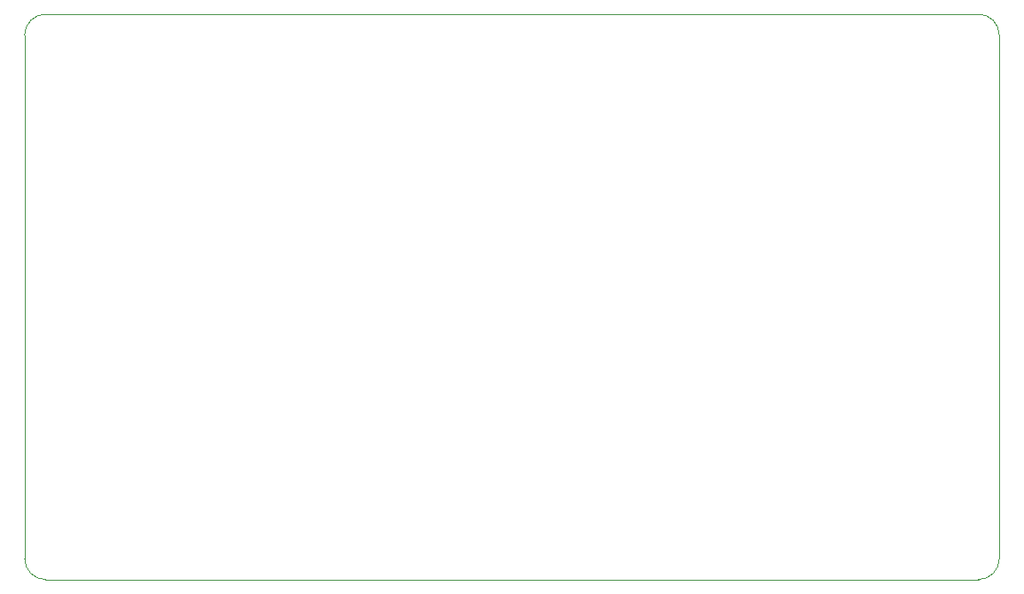
<source format=gbr>
%TF.GenerationSoftware,KiCad,Pcbnew,(5.1.9)-1*%
%TF.CreationDate,2021-06-11T11:12:06+10:00*%
%TF.ProjectId,AVRDevBoard,41565244-6576-4426-9f61-72642e6b6963,rev?*%
%TF.SameCoordinates,Original*%
%TF.FileFunction,Profile,NP*%
%FSLAX46Y46*%
G04 Gerber Fmt 4.6, Leading zero omitted, Abs format (unit mm)*
G04 Created by KiCad (PCBNEW (5.1.9)-1) date 2021-06-11 11:12:06*
%MOMM*%
%LPD*%
G01*
G04 APERTURE LIST*
%TA.AperFunction,Profile*%
%ADD10C,0.050000*%
%TD*%
G04 APERTURE END LIST*
D10*
X32000000Y-130000000D02*
G75*
G02*
X30000000Y-128000000I0J2000000D01*
G01*
X123000000Y-128000000D02*
G75*
G02*
X121000000Y-130000000I-2000000J0D01*
G01*
X121000000Y-76000000D02*
G75*
G02*
X123000000Y-78000000I0J-2000000D01*
G01*
X30000000Y-78000000D02*
G75*
G02*
X32000000Y-76000000I2000000J0D01*
G01*
X33000000Y-76000000D02*
X32000000Y-76000000D01*
X30000000Y-128000000D02*
X30000000Y-78000000D01*
X121000000Y-76000000D02*
X33000000Y-76000000D01*
X123000000Y-128000000D02*
X123000000Y-78000000D01*
X32000000Y-130000000D02*
X121000000Y-130000000D01*
M02*

</source>
